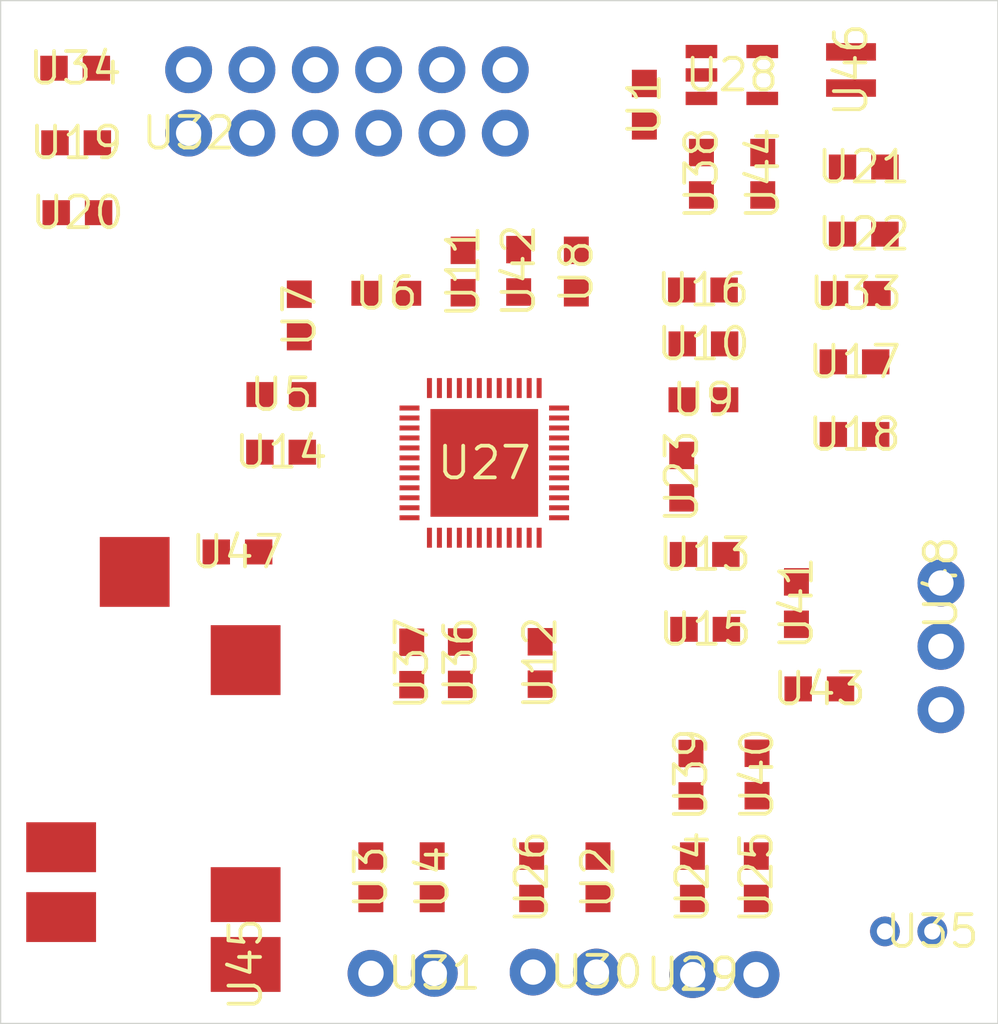
<source format=kicad_pcb>
(kicad_pcb (version 20171130) (host pcbnew "(5.1.4-0-10_14)")

  (general
    (thickness 1.6)
    (drawings 4)
    (tracks 0)
    (zones 0)
    (modules 48)
    (nets 55)
  )

  (page A4)
  (layers
    (0 Top signal)
    (31 Bottom signal)
    (32 B.Adhes user)
    (33 F.Adhes user)
    (34 B.Paste user)
    (35 F.Paste user)
    (36 B.SilkS user)
    (37 F.SilkS user)
    (38 B.Mask user)
    (39 F.Mask user)
    (40 Dwgs.User user)
    (41 Cmts.User user)
    (42 Eco1.User user)
    (43 Eco2.User user)
    (44 Edge.Cuts user)
    (45 Margin user)
    (46 B.CrtYd user)
    (47 F.CrtYd user)
    (48 B.Fab user)
    (49 F.Fab user)
  )

  (setup
    (last_trace_width 0.2)
    (trace_clearance 0.127)
    (zone_clearance 0.508)
    (zone_45_only no)
    (trace_min 0.2)
    (via_size 0.554)
    (via_drill 0.3)
    (via_min_size 0.4)
    (via_min_drill 0.3)
    (uvia_size 0.3)
    (uvia_drill 0.1)
    (uvias_allowed yes)
    (uvia_min_size 0.2)
    (uvia_min_drill 0.1)
    (edge_width 0.05)
    (segment_width 0.2)
    (pcb_text_width 0.3)
    (pcb_text_size 1.5 1.5)
    (mod_edge_width 0.12)
    (mod_text_size 1 1)
    (mod_text_width 0.15)
    (pad_size 1.524 1.524)
    (pad_drill 0.762)
    (pad_to_mask_clearance 0.051)
    (solder_mask_min_width 0.25)
    (aux_axis_origin 0 0)
    (visible_elements 7FFFFFFF)
    (pcbplotparams
      (layerselection 0x010fc_ffffffff)
      (usegerberextensions false)
      (usegerberattributes false)
      (usegerberadvancedattributes false)
      (creategerberjobfile false)
      (excludeedgelayer true)
      (linewidth 0.100000)
      (plotframeref false)
      (viasonmask false)
      (mode 1)
      (useauxorigin false)
      (hpglpennumber 1)
      (hpglpenspeed 20)
      (hpglpendiameter 15.000000)
      (psnegative false)
      (psa4output false)
      (plotreference true)
      (plotvalue true)
      (plotinvisibletext false)
      (padsonsilk false)
      (subtractmaskfromsilk false)
      (outputformat 1)
      (mirror false)
      (drillshape 1)
      (scaleselection 1)
      (outputdirectory ""))
  )

  (net 0 "")
  (net 1 GND)
  (net 2 3.3V)
  (net 3 5V)
  (net 4 /SPKVDD)
  (net 5 /SPOLN)
  (net 6 "Net-(C20-Pad2)")
  (net 7 /SPORP)
  (net 8 /SPORN)
  (net 9 "Net-(IC1-Pad42)")
  (net 10 /XAUDIO_IRQ)
  (net 11 /XAUDIO_SDA)
  (net 12 /XADUIO_SCL)
  (net 13 /XAUDIO_I2S0_MCLK)
  (net 14 /XADUIO_I2S0_BCLK)
  (net 15 /XADUIO_I2S0_LRCKL)
  (net 16 /XAUDIO_I2S0_DIN)
  (net 17 /XAUDIO_I2S0_DOUT)
  (net 18 "Net-(IC1-Pad33)")
  (net 19 "Net-(IC1-Pad32)")
  (net 20 "Net-(IC1-Pad31)")
  (net 21 "Net-(IC1-Pad30)")
  (net 22 /3.3VDD)
  (net 23 "Net-(C22-Pad2)")
  (net 24 "Net-(C14-Pad1)")
  (net 25 "Net-(C16-Pad2)")
  (net 26 "Net-(C16-Pad1)")
  (net 27 "Net-(C15-Pad1)")
  (net 28 "Net-(C15-Pad2)")
  (net 29 /1.8VDD)
  (net 30 "Net-(C2-Pad1)")
  (net 31 /HPOR)
  (net 32 /HPOL)
  (net 33 /CPVREF)
  (net 34 "Net-(C17-Pad2)")
  (net 35 /LOUTR)
  (net 36 /LOUTL)
  (net 37 "Net-(C24-Pad2)")
  (net 38 "Net-(C19-Pad2)")
  (net 39 "Net-(C18-Pad2)")
  (net 40 "Net-(C6-Pad2)")
  (net 41 /IN1P)
  (net 42 "Net-(C21-Pad2)")
  (net 43 /MICBIAS1)
  (net 44 /SPOLP)
  (net 45 /IN2P)
  (net 46 "Net-(U1-Pad6)")
  (net 47 "Net-(R10-Pad2)")
  (net 48 "Net-(C8-Pad2)")
  (net 49 "Net-(C7-Pad2)")
  (net 50 "Net-(J4-Pad9)")
  (net 51 "Net-(C7-Pad1)")
  (net 52 "Net-(C8-Pad1)")
  (net 53 "Net-(IC2-Pad5)")
  (net 54 "Net-(IC2-Pad3)")

  (net_class Default "This is the default net class."
    (clearance 0.127)
    (trace_width 0.2)
    (via_dia 0.554)
    (via_drill 0.3)
    (uvia_dia 0.3)
    (uvia_drill 0.1)
    (add_net /1.8VDD)
    (add_net /CPVREF)
    (add_net /HPOL)
    (add_net /HPOR)
    (add_net /IN1P)
    (add_net /IN2P)
    (add_net /LOUTL)
    (add_net /LOUTR)
    (add_net /MICBIAS1)
    (add_net /SPKVDD)
    (add_net /SPOLN)
    (add_net /SPOLP)
    (add_net /SPORN)
    (add_net /SPORP)
    (add_net /XADUIO_I2S0_BCLK)
    (add_net /XADUIO_I2S0_LRCKL)
    (add_net /XADUIO_SCL)
    (add_net /XAUDIO_I2S0_DIN)
    (add_net /XAUDIO_I2S0_DOUT)
    (add_net /XAUDIO_I2S0_MCLK)
    (add_net /XAUDIO_IRQ)
    (add_net /XAUDIO_SDA)
    (add_net GND)
    (add_net "Net-(C14-Pad1)")
    (add_net "Net-(C15-Pad1)")
    (add_net "Net-(C15-Pad2)")
    (add_net "Net-(C16-Pad1)")
    (add_net "Net-(C16-Pad2)")
    (add_net "Net-(C17-Pad2)")
    (add_net "Net-(C18-Pad2)")
    (add_net "Net-(C19-Pad2)")
    (add_net "Net-(C2-Pad1)")
    (add_net "Net-(C20-Pad2)")
    (add_net "Net-(C21-Pad2)")
    (add_net "Net-(C22-Pad2)")
    (add_net "Net-(C24-Pad2)")
    (add_net "Net-(C6-Pad2)")
    (add_net "Net-(C7-Pad1)")
    (add_net "Net-(C7-Pad2)")
    (add_net "Net-(C8-Pad1)")
    (add_net "Net-(C8-Pad2)")
    (add_net "Net-(IC1-Pad30)")
    (add_net "Net-(IC1-Pad31)")
    (add_net "Net-(IC1-Pad32)")
    (add_net "Net-(IC1-Pad33)")
    (add_net "Net-(IC1-Pad42)")
    (add_net "Net-(IC2-Pad3)")
    (add_net "Net-(IC2-Pad5)")
    (add_net "Net-(J4-Pad9)")
    (add_net "Net-(R10-Pad2)")
    (add_net "Net-(U1-Pad6)")
  )

  (net_class Power ""
    (clearance 0.127)
    (trace_width 0.4064)
    (via_dia 0.554)
    (via_drill 0.3)
    (uvia_dia 0.3)
    (uvia_drill 0.1)
    (add_net /3.3VDD)
    (add_net 3.3V)
    (add_net 5V)
  )

  (module audioCodec:1X03 locked (layer Top) (tedit 5DCE0BB7) (tstamp 5DC8CA2A)
    (at 166.2176 110.3884 270)
    (descr "<h3>Plated Through Hole - 3 Pin</h3>\n<p>Specifications:\n<ul><li>Pin count:3</li>\n<li>Pin pitch:0.1\"</li>\n</ul></p>\n<p>Example device(s):\n<ul><li>CONN_03</li>\n</ul></p>")
    (path /DE6A6B17)
    (fp_text reference U48 (at -2.54 0 270) (layer F.SilkS)
      (effects (font (size 1.27 1.27) (thickness 0.15)))
    )
    (fp_text value "" (at -2.54 0 270) (layer F.SilkS)
      (effects (font (size 1.27 1.27) (thickness 0.15)))
    )
    (fp_poly (pts (xy -3.94 -1.4) (xy 3.96 -1.4) (xy 3.96 1.4) (xy -3.94 1.4)) (layer F.CrtYd) (width 0.1))
    (fp_poly (pts (xy -3.94 -1.4) (xy 3.96 -1.4) (xy 3.96 1.4) (xy -3.94 1.4)) (layer B.CrtYd) (width 0.1))
    (pad 3 thru_hole circle (at 2.54 0) (size 1.8796 1.8796) (drill 1.016) (layers *.Cu *.Mask)
      (net 45 /IN2P) (solder_mask_margin 0.0635))
    (pad 2 thru_hole circle (at 0 0) (size 1.8796 1.8796) (drill 1.016) (layers *.Cu *.Mask)
      (net 1 GND) (solder_mask_margin 0.0635))
    (pad 1 thru_hole circle (at -2.54 0) (size 1.8796 1.8796) (drill 1.016) (layers *.Cu *.Mask)
      (net 22 /3.3VDD) (solder_mask_margin 0.0635))
  )

  (module audioCodec:SJ-43514-SMT-TR locked (layer Top) (tedit 5DCE1AC1) (tstamp 5DC8C9F1)
    (at 134.5184 115.5192 90)
    (descr "<b>SJ-43514-SMT-TR</b><br>\n")
    (path /94FABF20)
    (fp_text reference U45 (at -7.62 3.81 90) (layer F.SilkS)
      (effects (font (size 1.27 1.27) (thickness 0.15)))
    )
    (fp_text value "" (at -7.62 3.81 90) (layer F.SilkS)
      (effects (font (size 1.27 1.27) (thickness 0.15)))
    )
    (fp_poly (pts (xy -9.82 -4.19) (xy 7.38 -4.19) (xy 7.38 3.91) (xy -9.82 3.91)) (layer F.CrtYd) (width 0.1))
    (pad "" np_thru_hole circle (at -3.72 0.11 90) (size 1.7 1.7) (drill 1.7) (layers *.Cu *.Mask))
    (pad "" np_thru_hole circle (at 3.28 0.11 90) (size 1.7 1.7) (drill 1.7) (layers *.Cu *.Mask))
    (pad 6 smd rect (at -5.72 -3.59 180) (size 2.8 2) (layers Top F.Paste F.Mask)
      (net 46 "Net-(U1-Pad6)") (solder_mask_margin 0.0635))
    (pad 5 smd rect (at 8.115 -0.64 90) (size 2.8 2.8) (layers Top F.Paste F.Mask)
      (net 47 "Net-(R10-Pad2)") (solder_mask_margin 0.0635))
    (pad 4 smd rect (at -4.82 3.81 180) (size 2.8 2.2) (layers Top F.Paste F.Mask)
      (net 1 GND) (solder_mask_margin 0.0635))
    (pad 3 smd rect (at -2.92 -3.59 180) (size 2.8 2) (layers Top F.Paste F.Mask)
      (net 31 /HPOR) (solder_mask_margin 0.0635))
    (pad 2 smd rect (at 4.58 3.81 90) (size 2.8 2.8) (layers Top F.Paste F.Mask)
      (net 32 /HPOL) (solder_mask_margin 0.0635))
    (pad 1 smd rect (at -7.62 3.81 180) (size 2.8 2.2) (layers Top F.Paste F.Mask)
      (net 41 /IN1P) (solder_mask_margin 0.0635))
  )

  (module audioCodec:1X02 locked (layer Top) (tedit 5DCE1F6D) (tstamp 5DC8C8DF)
    (at 144.6276 123.4948 180)
    (descr "<h3>Plated Through Hole</h3>\n<p>Specifications:\n<ul><li>Pin count:2</li>\n<li>Pin pitch:0.1\"</li>\n</ul></p>\n<p>Example device(s):\n<ul><li>CONN_02</li>\n</ul></p>")
    (path /B665FDA9)
    (fp_text reference U31 (at -1.27 0 180) (layer F.SilkS)
      (effects (font (size 1.27 1.27) (thickness 0.15)))
    )
    (fp_text value "" (at -1.27 0 180) (layer F.SilkS)
      (effects (font (size 1.27 1.27) (thickness 0.15)))
    )
    (fp_poly (pts (xy -2.77 -1.2) (xy 2.63 -1.2) (xy 2.63 1.3) (xy -2.77 1.3)) (layer B.CrtYd) (width 0.1))
    (fp_poly (pts (xy -2.77 -1.2) (xy 2.63 -1.2) (xy 2.63 1.3) (xy -2.77 1.3)) (layer F.CrtYd) (width 0.1))
    (pad 2 thru_hole circle (at 1.27 0 270) (size 1.8796 1.8796) (drill 1.016) (layers *.Cu *.Mask)
      (net 8 /SPORN) (solder_mask_margin 0.0635))
    (pad 1 thru_hole circle (at -1.27 0 270) (size 1.8796 1.8796) (drill 1.016) (layers *.Cu *.Mask)
      (net 7 /SPORP) (solder_mask_margin 0.0635))
  )

  (module audioCodec:1X02 locked (layer Top) (tedit 5DCE1F6D) (tstamp 5DC8C8CA)
    (at 151.13 123.444 180)
    (descr "<h3>Plated Through Hole</h3>\n<p>Specifications:\n<ul><li>Pin count:2</li>\n<li>Pin pitch:0.1\"</li>\n</ul></p>\n<p>Example device(s):\n<ul><li>CONN_02</li>\n</ul></p>")
    (path /C3E76336)
    (fp_text reference U30 (at -1.27 0 180) (layer F.SilkS)
      (effects (font (size 1.27 1.27) (thickness 0.15)))
    )
    (fp_text value "" (at -1.27 0 180) (layer F.SilkS)
      (effects (font (size 1.27 1.27) (thickness 0.15)))
    )
    (fp_poly (pts (xy -2.77 -1.2) (xy 2.63 -1.2) (xy 2.63 1.3) (xy -2.77 1.3)) (layer B.CrtYd) (width 0.1))
    (fp_poly (pts (xy -2.77 -1.2) (xy 2.63 -1.2) (xy 2.63 1.3) (xy -2.77 1.3)) (layer F.CrtYd) (width 0.1))
    (pad 2 thru_hole circle (at 1.27 0 270) (size 1.8796 1.8796) (drill 1.016) (layers *.Cu *.Mask)
      (net 5 /SPOLN) (solder_mask_margin 0.0635))
    (pad 1 thru_hole circle (at -1.27 0 270) (size 1.8796 1.8796) (drill 1.016) (layers *.Cu *.Mask)
      (net 44 /SPOLP) (solder_mask_margin 0.0635))
  )

  (module audioCodec:1X02 locked (layer Top) (tedit 5DCE1F6D) (tstamp 5DC8C8B5)
    (at 157.5308 123.5456)
    (descr "<h3>Plated Through Hole</h3>\n<p>Specifications:\n<ul><li>Pin count:2</li>\n<li>Pin pitch:0.1\"</li>\n</ul></p>\n<p>Example device(s):\n<ul><li>CONN_02</li>\n</ul></p>")
    (path /449C7C68)
    (fp_text reference U29 (at -1.27 0) (layer F.SilkS)
      (effects (font (size 1.27 1.27) (thickness 0.15)))
    )
    (fp_text value "" (at -1.27 0) (layer F.SilkS)
      (effects (font (size 1.27 1.27) (thickness 0.15)))
    )
    (fp_poly (pts (xy -2.77 -1.2) (xy 2.63 -1.2) (xy 2.63 1.3) (xy -2.77 1.3)) (layer B.CrtYd) (width 0.1))
    (fp_poly (pts (xy -2.77 -1.2) (xy 2.63 -1.2) (xy 2.63 1.3) (xy -2.77 1.3)) (layer F.CrtYd) (width 0.1))
    (pad 2 thru_hole circle (at 1.27 0 90) (size 1.8796 1.8796) (drill 1.016) (layers *.Cu *.Mask)
      (net 48 "Net-(C8-Pad2)") (solder_mask_margin 0.0635))
    (pad 1 thru_hole circle (at -1.27 0 90) (size 1.8796 1.8796) (drill 1.016) (layers *.Cu *.Mask)
      (net 49 "Net-(C7-Pad2)") (solder_mask_margin 0.0635))
  )

  (module audioCodec:2X6 locked (layer Top) (tedit 5DCE0C42) (tstamp 5DC8C8F4)
    (at 142.3924 88.5444)
    (descr "<h3>Plated Through Hole - 2x6</h3>\n<p>Specifications:\n<ul><li>Pin count:12</li>\n<li>Pin pitch:0.1\"</li>\n</ul></p>\n<p>Example device(s):\n<ul><li>CONN_06x2</li>\n</ul></p>")
    (path /CFA44F03)
    (fp_text reference U32 (at -6.35 1.27) (layer F.SilkS)
      (effects (font (size 1.27 1.27) (thickness 0.15)))
    )
    (fp_text value "" (at -6.35 1.27) (layer F.SilkS)
      (effects (font (size 1.27 1.27) (thickness 0.15)))
    )
    (fp_poly (pts (xy -7.85 -2.73) (xy 7.75 -2.73) (xy 7.75 2.67) (xy -7.85 2.67)) (layer B.CrtYd) (width 0.1))
    (fp_poly (pts (xy -7.85 -2.73) (xy 7.75 -2.73) (xy 7.75 2.67) (xy -7.85 2.67)) (layer F.CrtYd) (width 0.1))
    (pad 12 thru_hole circle (at 6.35 -1.27) (size 1.8796 1.8796) (drill 1.016) (layers *.Cu *.Mask)
      (net 3 5V) (solder_mask_margin 0.0635))
    (pad 11 thru_hole circle (at 6.35 1.27) (size 1.8796 1.8796) (drill 1.016) (layers *.Cu *.Mask)
      (net 1 GND) (solder_mask_margin 0.0635))
    (pad 10 thru_hole circle (at 3.81 -1.27) (size 1.8796 1.8796) (drill 1.016) (layers *.Cu *.Mask)
      (net 10 /XAUDIO_IRQ) (solder_mask_margin 0.0635))
    (pad 9 thru_hole circle (at 3.81 1.27) (size 1.8796 1.8796) (drill 1.016) (layers *.Cu *.Mask)
      (net 50 "Net-(J4-Pad9)") (solder_mask_margin 0.0635))
    (pad 8 thru_hole circle (at 1.27 -1.27) (size 1.8796 1.8796) (drill 1.016) (layers *.Cu *.Mask)
      (net 11 /XAUDIO_SDA) (solder_mask_margin 0.0635))
    (pad 7 thru_hole circle (at 1.27 1.27) (size 1.8796 1.8796) (drill 1.016) (layers *.Cu *.Mask)
      (net 12 /XADUIO_SCL) (solder_mask_margin 0.0635))
    (pad 6 thru_hole circle (at -1.27 -1.27) (size 1.8796 1.8796) (drill 1.016) (layers *.Cu *.Mask)
      (net 13 /XAUDIO_I2S0_MCLK) (solder_mask_margin 0.0635))
    (pad 5 thru_hole circle (at -1.27 1.27) (size 1.8796 1.8796) (drill 1.016) (layers *.Cu *.Mask)
      (net 14 /XADUIO_I2S0_BCLK) (solder_mask_margin 0.0635))
    (pad 4 thru_hole circle (at -3.81 -1.27) (size 1.8796 1.8796) (drill 1.016) (layers *.Cu *.Mask)
      (net 16 /XAUDIO_I2S0_DIN) (solder_mask_margin 0.0635))
    (pad 3 thru_hole circle (at -3.81 1.27) (size 1.8796 1.8796) (drill 1.016) (layers *.Cu *.Mask)
      (net 17 /XAUDIO_I2S0_DOUT) (solder_mask_margin 0.0635))
    (pad 2 thru_hole circle (at -6.35 -1.27) (size 1.8796 1.8796) (drill 1.016) (layers *.Cu *.Mask)
      (net 2 3.3V) (solder_mask_margin 0.0635))
    (pad 1 thru_hole circle (at -6.35 1.27) (size 1.8796 1.8796) (drill 1.016) (layers *.Cu *.Mask)
      (net 15 /XADUIO_I2S0_LRCKL) (solder_mask_margin 0.0635))
  )

  (module audioCodec:0603 (layer Top) (tedit 5DCE0E90) (tstamp 5DC8C6E8)
    (at 154.3211 88.6736 270)
    (descr "<p><b>Generic 1608 (0603) package</b></p>\n<p>0.2mm courtyard excess rounded to nearest 0.05mm.</p>")
    (path /5D5D4D2F)
    (fp_text reference U1 (at 0 0 270) (layer F.SilkS)
      (effects (font (size 1.27 1.27) (thickness 0.15)))
    )
    (fp_text value "" (at 0 0 270) (layer F.SilkS)
      (effects (font (size 1.27 1.27) (thickness 0.15)))
    )
    (fp_poly (pts (xy -1.6 -0.7) (xy 1.6 -0.7) (xy 1.6 0.7) (xy -1.6 0.7)) (layer F.CrtYd) (width 0.1))
    (pad 2 smd rect (at 0.85 0 270) (size 1.1 1) (layers Top F.Paste F.Mask)
      (net 3 5V) (solder_mask_margin 0.0635))
    (pad 1 smd rect (at -0.85 0 270) (size 1.1 1) (layers Top F.Paste F.Mask)
      (net 1 GND) (solder_mask_margin 0.0635))
  )

  (module audioCodec:0603 (layer Top) (tedit 5DCE0E90) (tstamp 5DC8C6F6)
    (at 152.4611 119.6436 90)
    (descr "<p><b>Generic 1608 (0603) package</b></p>\n<p>0.2mm courtyard excess rounded to nearest 0.05mm.</p>")
    (path /D15AE8CB)
    (fp_text reference U2 (at 0 0 90) (layer F.SilkS)
      (effects (font (size 1.27 1.27) (thickness 0.15)))
    )
    (fp_text value "" (at 0 0 90) (layer F.SilkS)
      (effects (font (size 1.27 1.27) (thickness 0.15)))
    )
    (fp_poly (pts (xy -1.6 -0.7) (xy 1.6 -0.7) (xy 1.6 0.7) (xy -1.6 0.7)) (layer F.CrtYd) (width 0.1))
    (pad 2 smd rect (at 0.85 0 90) (size 1.1 1) (layers Top F.Paste F.Mask)
      (net 1 GND) (solder_mask_margin 0.0635))
    (pad 1 smd rect (at -0.85 0 90) (size 1.1 1) (layers Top F.Paste F.Mask)
      (net 44 /SPOLP) (solder_mask_margin 0.0635))
  )

  (module audioCodec:0603 (layer Top) (tedit 5DCE0E90) (tstamp 5DC8C704)
    (at 143.3511 119.6436 90)
    (descr "<p><b>Generic 1608 (0603) package</b></p>\n<p>0.2mm courtyard excess rounded to nearest 0.05mm.</p>")
    (path /EB363DE9)
    (fp_text reference U3 (at 0 0 90) (layer F.SilkS)
      (effects (font (size 1.27 1.27) (thickness 0.15)))
    )
    (fp_text value "" (at 0 0 90) (layer F.SilkS)
      (effects (font (size 1.27 1.27) (thickness 0.15)))
    )
    (fp_poly (pts (xy -1.6 -0.7) (xy 1.6 -0.7) (xy 1.6 0.7) (xy -1.6 0.7)) (layer F.CrtYd) (width 0.1))
    (pad 2 smd rect (at 0.85 0 90) (size 1.1 1) (layers Top F.Paste F.Mask)
      (net 1 GND) (solder_mask_margin 0.0635))
    (pad 1 smd rect (at -0.85 0 90) (size 1.1 1) (layers Top F.Paste F.Mask)
      (net 8 /SPORN) (solder_mask_margin 0.0635))
  )

  (module audioCodec:0603 (layer Top) (tedit 5DCE0E90) (tstamp 5DC8C712)
    (at 145.8111 119.6436 90)
    (descr "<p><b>Generic 1608 (0603) package</b></p>\n<p>0.2mm courtyard excess rounded to nearest 0.05mm.</p>")
    (path /FEEF966F)
    (fp_text reference U4 (at 0 0 90) (layer F.SilkS)
      (effects (font (size 1.27 1.27) (thickness 0.15)))
    )
    (fp_text value "" (at 0 0 90) (layer F.SilkS)
      (effects (font (size 1.27 1.27) (thickness 0.15)))
    )
    (fp_poly (pts (xy -1.6 -0.7) (xy 1.6 -0.7) (xy 1.6 0.7) (xy -1.6 0.7)) (layer F.CrtYd) (width 0.1))
    (pad 2 smd rect (at 0.85 0 90) (size 1.1 1) (layers Top F.Paste F.Mask)
      (net 1 GND) (solder_mask_margin 0.0635))
    (pad 1 smd rect (at -0.85 0 90) (size 1.1 1) (layers Top F.Paste F.Mask)
      (net 7 /SPORP) (solder_mask_margin 0.0635))
  )

  (module audioCodec:0603 (layer Top) (tedit 5DCE0E90) (tstamp 5DC8C720)
    (at 139.7611 100.2936 180)
    (descr "<p><b>Generic 1608 (0603) package</b></p>\n<p>0.2mm courtyard excess rounded to nearest 0.05mm.</p>")
    (path /DDD5A22D)
    (fp_text reference U5 (at 0 0 180) (layer F.SilkS)
      (effects (font (size 1.27 1.27) (thickness 0.15)))
    )
    (fp_text value "" (at 0 0 180) (layer F.SilkS)
      (effects (font (size 1.27 1.27) (thickness 0.15)))
    )
    (fp_poly (pts (xy -1.6 -0.7) (xy 1.6 -0.7) (xy 1.6 0.7) (xy -1.6 0.7)) (layer F.CrtYd) (width 0.1))
    (pad 2 smd rect (at 0.85 0 180) (size 1.1 1) (layers Top F.Paste F.Mask)
      (net 1 GND) (solder_mask_margin 0.0635))
    (pad 1 smd rect (at -0.85 0 180) (size 1.1 1) (layers Top F.Paste F.Mask)
      (net 24 "Net-(C14-Pad1)") (solder_mask_margin 0.0635))
  )

  (module audioCodec:0603 (layer Top) (tedit 5DCE0E90) (tstamp 5DC8C72E)
    (at 143.9711 96.2336)
    (descr "<p><b>Generic 1608 (0603) package</b></p>\n<p>0.2mm courtyard excess rounded to nearest 0.05mm.</p>")
    (path /0E2BA473)
    (fp_text reference U6 (at 0 0) (layer F.SilkS)
      (effects (font (size 1.27 1.27) (thickness 0.15)))
    )
    (fp_text value "" (at 0 0) (layer F.SilkS)
      (effects (font (size 1.27 1.27) (thickness 0.15)))
    )
    (fp_poly (pts (xy -1.6 -0.7) (xy 1.6 -0.7) (xy 1.6 0.7) (xy -1.6 0.7)) (layer F.CrtYd) (width 0.1))
    (pad 2 smd rect (at 0.85 0) (size 1.1 1) (layers Top F.Paste F.Mask)
      (net 28 "Net-(C15-Pad2)") (solder_mask_margin 0.0635))
    (pad 1 smd rect (at -0.85 0) (size 1.1 1) (layers Top F.Paste F.Mask)
      (net 27 "Net-(C15-Pad1)") (solder_mask_margin 0.0635))
  )

  (module audioCodec:0603 (layer Top) (tedit 5DCE0E90) (tstamp 5DC8C73C)
    (at 140.4811 97.1236 270)
    (descr "<p><b>Generic 1608 (0603) package</b></p>\n<p>0.2mm courtyard excess rounded to nearest 0.05mm.</p>")
    (path /95990F93)
    (fp_text reference U7 (at 0 0 270) (layer F.SilkS)
      (effects (font (size 1.27 1.27) (thickness 0.15)))
    )
    (fp_text value "" (at 0 0 270) (layer F.SilkS)
      (effects (font (size 1.27 1.27) (thickness 0.15)))
    )
    (fp_poly (pts (xy -1.6 -0.7) (xy 1.6 -0.7) (xy 1.6 0.7) (xy -1.6 0.7)) (layer F.CrtYd) (width 0.1))
    (pad 2 smd rect (at 0.85 0 270) (size 1.1 1) (layers Top F.Paste F.Mask)
      (net 25 "Net-(C16-Pad2)") (solder_mask_margin 0.0635))
    (pad 1 smd rect (at -0.85 0 270) (size 1.1 1) (layers Top F.Paste F.Mask)
      (net 26 "Net-(C16-Pad1)") (solder_mask_margin 0.0635))
  )

  (module audioCodec:0603 (layer Top) (tedit 5DCE0E90) (tstamp 5DC8C74A)
    (at 151.5911 95.3636 270)
    (descr "<p><b>Generic 1608 (0603) package</b></p>\n<p>0.2mm courtyard excess rounded to nearest 0.05mm.</p>")
    (path /B7EEE3FC)
    (fp_text reference U8 (at 0 0 270) (layer F.SilkS)
      (effects (font (size 1.27 1.27) (thickness 0.15)))
    )
    (fp_text value "" (at 0 0 270) (layer F.SilkS)
      (effects (font (size 1.27 1.27) (thickness 0.15)))
    )
    (fp_poly (pts (xy -1.6 -0.7) (xy 1.6 -0.7) (xy 1.6 0.7) (xy -1.6 0.7)) (layer F.CrtYd) (width 0.1))
    (pad 2 smd rect (at 0.85 0 270) (size 1.1 1) (layers Top F.Paste F.Mask)
      (net 34 "Net-(C17-Pad2)") (solder_mask_margin 0.0635))
    (pad 1 smd rect (at -0.85 0 270) (size 1.1 1) (layers Top F.Paste F.Mask)
      (net 1 GND) (solder_mask_margin 0.0635))
  )

  (module audioCodec:0603 (layer Top) (tedit 5DCE0E90) (tstamp 5DC8C758)
    (at 156.6911 100.5036 180)
    (descr "<p><b>Generic 1608 (0603) package</b></p>\n<p>0.2mm courtyard excess rounded to nearest 0.05mm.</p>")
    (path /6C5089DC)
    (fp_text reference U9 (at 0 0 180) (layer F.SilkS)
      (effects (font (size 1.27 1.27) (thickness 0.15)))
    )
    (fp_text value "" (at 0 0 180) (layer F.SilkS)
      (effects (font (size 1.27 1.27) (thickness 0.15)))
    )
    (fp_poly (pts (xy -1.6 -0.7) (xy 1.6 -0.7) (xy 1.6 0.7) (xy -1.6 0.7)) (layer F.CrtYd) (width 0.1))
    (pad 2 smd rect (at 0.85 0 180) (size 1.1 1) (layers Top F.Paste F.Mask)
      (net 39 "Net-(C18-Pad2)") (solder_mask_margin 0.0635))
    (pad 1 smd rect (at -0.85 0 180) (size 1.1 1) (layers Top F.Paste F.Mask)
      (net 1 GND) (solder_mask_margin 0.0635))
  )

  (module audioCodec:0603 (layer Top) (tedit 5DCE0E90) (tstamp 5DC8C766)
    (at 156.6911 98.2636 180)
    (descr "<p><b>Generic 1608 (0603) package</b></p>\n<p>0.2mm courtyard excess rounded to nearest 0.05mm.</p>")
    (path /C70CFC49)
    (fp_text reference U10 (at 0 0 180) (layer F.SilkS)
      (effects (font (size 1.27 1.27) (thickness 0.15)))
    )
    (fp_text value "" (at 0 0 180) (layer F.SilkS)
      (effects (font (size 1.27 1.27) (thickness 0.15)))
    )
    (fp_poly (pts (xy -1.6 -0.7) (xy 1.6 -0.7) (xy 1.6 0.7) (xy -1.6 0.7)) (layer F.CrtYd) (width 0.1))
    (pad 2 smd rect (at 0.85 0 180) (size 1.1 1) (layers Top F.Paste F.Mask)
      (net 38 "Net-(C19-Pad2)") (solder_mask_margin 0.0635))
    (pad 1 smd rect (at -0.85 0 180) (size 1.1 1) (layers Top F.Paste F.Mask)
      (net 1 GND) (solder_mask_margin 0.0635))
  )

  (module audioCodec:0603 (layer Top) (tedit 5DCE0E90) (tstamp 5DC8C774)
    (at 147.0511 95.3636 90)
    (descr "<p><b>Generic 1608 (0603) package</b></p>\n<p>0.2mm courtyard excess rounded to nearest 0.05mm.</p>")
    (path /00AD4B43)
    (fp_text reference U11 (at 0 0 90) (layer F.SilkS)
      (effects (font (size 1.27 1.27) (thickness 0.15)))
    )
    (fp_text value "" (at 0 0 90) (layer F.SilkS)
      (effects (font (size 1.27 1.27) (thickness 0.15)))
    )
    (fp_poly (pts (xy -1.6 -0.7) (xy 1.6 -0.7) (xy 1.6 0.7) (xy -1.6 0.7)) (layer F.CrtYd) (width 0.1))
    (pad 2 smd rect (at 0.85 0 90) (size 1.1 1) (layers Top F.Paste F.Mask)
      (net 1 GND) (solder_mask_margin 0.0635))
    (pad 1 smd rect (at -0.85 0 90) (size 1.1 1) (layers Top F.Paste F.Mask)
      (net 30 "Net-(C2-Pad1)") (solder_mask_margin 0.0635))
  )

  (module audioCodec:0603 (layer Top) (tedit 5DCE0E90) (tstamp 5DC8C782)
    (at 150.1411 111.0536 90)
    (descr "<p><b>Generic 1608 (0603) package</b></p>\n<p>0.2mm courtyard excess rounded to nearest 0.05mm.</p>")
    (path /101F579F)
    (fp_text reference U12 (at 0 0 90) (layer F.SilkS)
      (effects (font (size 1.27 1.27) (thickness 0.15)))
    )
    (fp_text value "" (at 0 0 90) (layer F.SilkS)
      (effects (font (size 1.27 1.27) (thickness 0.15)))
    )
    (fp_poly (pts (xy -1.6 -0.7) (xy 1.6 -0.7) (xy 1.6 0.7) (xy -1.6 0.7)) (layer F.CrtYd) (width 0.1))
    (pad 2 smd rect (at 0.85 0 90) (size 1.1 1) (layers Top F.Paste F.Mask)
      (net 6 "Net-(C20-Pad2)") (solder_mask_margin 0.0635))
    (pad 1 smd rect (at -0.85 0 90) (size 1.1 1) (layers Top F.Paste F.Mask)
      (net 1 GND) (solder_mask_margin 0.0635))
  )

  (module audioCodec:0603 (layer Top) (tedit 5DCE0E90) (tstamp 5DC8C790)
    (at 156.7411 106.7036 180)
    (descr "<p><b>Generic 1608 (0603) package</b></p>\n<p>0.2mm courtyard excess rounded to nearest 0.05mm.</p>")
    (path /E0E06E0F)
    (fp_text reference U13 (at 0 0 180) (layer F.SilkS)
      (effects (font (size 1.27 1.27) (thickness 0.15)))
    )
    (fp_text value "" (at 0 0 180) (layer F.SilkS)
      (effects (font (size 1.27 1.27) (thickness 0.15)))
    )
    (fp_poly (pts (xy -1.6 -0.7) (xy 1.6 -0.7) (xy 1.6 0.7) (xy -1.6 0.7)) (layer F.CrtYd) (width 0.1))
    (pad 2 smd rect (at 0.85 0 180) (size 1.1 1) (layers Top F.Paste F.Mask)
      (net 42 "Net-(C21-Pad2)") (solder_mask_margin 0.0635))
    (pad 1 smd rect (at -0.85 0 180) (size 1.1 1) (layers Top F.Paste F.Mask)
      (net 1 GND) (solder_mask_margin 0.0635))
  )

  (module audioCodec:0603 (layer Top) (tedit 5DCE0E90) (tstamp 5DC8C79E)
    (at 139.7511 102.6036)
    (descr "<p><b>Generic 1608 (0603) package</b></p>\n<p>0.2mm courtyard excess rounded to nearest 0.05mm.</p>")
    (path /CDD814CC)
    (fp_text reference U14 (at 0 0) (layer F.SilkS)
      (effects (font (size 1.27 1.27) (thickness 0.15)))
    )
    (fp_text value "" (at 0 0) (layer F.SilkS)
      (effects (font (size 1.27 1.27) (thickness 0.15)))
    )
    (fp_poly (pts (xy -1.6 -0.7) (xy 1.6 -0.7) (xy 1.6 0.7) (xy -1.6 0.7)) (layer F.CrtYd) (width 0.1))
    (pad 2 smd rect (at 0.85 0) (size 1.1 1) (layers Top F.Paste F.Mask)
      (net 23 "Net-(C22-Pad2)") (solder_mask_margin 0.0635))
    (pad 1 smd rect (at -0.85 0) (size 1.1 1) (layers Top F.Paste F.Mask)
      (net 1 GND) (solder_mask_margin 0.0635))
  )

  (module audioCodec:0603 (layer Top) (tedit 5DCE0E90) (tstamp 5DC8C7AC)
    (at 156.7611 109.7036 180)
    (descr "<p><b>Generic 1608 (0603) package</b></p>\n<p>0.2mm courtyard excess rounded to nearest 0.05mm.</p>")
    (path /FE2E0BD7)
    (fp_text reference U15 (at 0 0 180) (layer F.SilkS)
      (effects (font (size 1.27 1.27) (thickness 0.15)))
    )
    (fp_text value "" (at 0 0 180) (layer F.SilkS)
      (effects (font (size 1.27 1.27) (thickness 0.15)))
    )
    (fp_poly (pts (xy -1.6 -0.7) (xy 1.6 -0.7) (xy 1.6 0.7) (xy -1.6 0.7)) (layer F.CrtYd) (width 0.1))
    (pad 2 smd rect (at 0.85 0 180) (size 1.1 1) (layers Top F.Paste F.Mask)
      (net 43 /MICBIAS1) (solder_mask_margin 0.0635))
    (pad 1 smd rect (at -0.85 0 180) (size 1.1 1) (layers Top F.Paste F.Mask)
      (net 1 GND) (solder_mask_margin 0.0635))
  )

  (module audioCodec:0603 (layer Top) (tedit 5DCE0E90) (tstamp 5DC8C7BA)
    (at 156.6711 96.1036 180)
    (descr "<p><b>Generic 1608 (0603) package</b></p>\n<p>0.2mm courtyard excess rounded to nearest 0.05mm.</p>")
    (path /B61CC9C1)
    (fp_text reference U16 (at 0 0 180) (layer F.SilkS)
      (effects (font (size 1.27 1.27) (thickness 0.15)))
    )
    (fp_text value "" (at 0 0 180) (layer F.SilkS)
      (effects (font (size 1.27 1.27) (thickness 0.15)))
    )
    (fp_poly (pts (xy -1.6 -0.7) (xy 1.6 -0.7) (xy 1.6 0.7) (xy -1.6 0.7)) (layer F.CrtYd) (width 0.1))
    (pad 2 smd rect (at 0.85 0 180) (size 1.1 1) (layers Top F.Paste F.Mask)
      (net 37 "Net-(C24-Pad2)") (solder_mask_margin 0.0635))
    (pad 1 smd rect (at -0.85 0 180) (size 1.1 1) (layers Top F.Paste F.Mask)
      (net 45 /IN2P) (solder_mask_margin 0.0635))
  )

  (module audioCodec:0603 (layer Top) (tedit 5DCE0E90) (tstamp 5DC8C7C8)
    (at 162.7511 98.9836 180)
    (descr "<p><b>Generic 1608 (0603) package</b></p>\n<p>0.2mm courtyard excess rounded to nearest 0.05mm.</p>")
    (path /B124C205)
    (fp_text reference U17 (at 0 0 180) (layer F.SilkS)
      (effects (font (size 1.27 1.27) (thickness 0.15)))
    )
    (fp_text value "" (at 0 0 180) (layer F.SilkS)
      (effects (font (size 1.27 1.27) (thickness 0.15)))
    )
    (fp_poly (pts (xy -1.6 -0.7) (xy 1.6 -0.7) (xy 1.6 0.7) (xy -1.6 0.7)) (layer F.CrtYd) (width 0.1))
    (pad 2 smd rect (at 0.85 0 180) (size 1.1 1) (layers Top F.Paste F.Mask)
      (net 1 GND) (solder_mask_margin 0.0635))
    (pad 1 smd rect (at -0.85 0 180) (size 1.1 1) (layers Top F.Paste F.Mask)
      (net 4 /SPKVDD) (solder_mask_margin 0.0635))
  )

  (module audioCodec:0603 (layer Top) (tedit 5DCE0E90) (tstamp 5DC8C7D6)
    (at 162.7511 101.8936 180)
    (descr "<p><b>Generic 1608 (0603) package</b></p>\n<p>0.2mm courtyard excess rounded to nearest 0.05mm.</p>")
    (path /AB5F11BD)
    (fp_text reference U18 (at 0 0 180) (layer F.SilkS)
      (effects (font (size 1.27 1.27) (thickness 0.15)))
    )
    (fp_text value "" (at 0 0 180) (layer F.SilkS)
      (effects (font (size 1.27 1.27) (thickness 0.15)))
    )
    (fp_poly (pts (xy -1.6 -0.7) (xy 1.6 -0.7) (xy 1.6 0.7) (xy -1.6 0.7)) (layer F.CrtYd) (width 0.1))
    (pad 2 smd rect (at 0.85 0 180) (size 1.1 1) (layers Top F.Paste F.Mask)
      (net 1 GND) (solder_mask_margin 0.0635))
    (pad 1 smd rect (at -0.85 0 180) (size 1.1 1) (layers Top F.Paste F.Mask)
      (net 4 /SPKVDD) (solder_mask_margin 0.0635))
  )

  (module audioCodec:0603 (layer Top) (tedit 5DCE0E90) (tstamp 5DC8C7E4)
    (at 131.5311 90.2036)
    (descr "<p><b>Generic 1608 (0603) package</b></p>\n<p>0.2mm courtyard excess rounded to nearest 0.05mm.</p>")
    (path /2729CC2A)
    (fp_text reference U19 (at 0 0) (layer F.SilkS)
      (effects (font (size 1.27 1.27) (thickness 0.15)))
    )
    (fp_text value "" (at 0 0) (layer F.SilkS)
      (effects (font (size 1.27 1.27) (thickness 0.15)))
    )
    (fp_poly (pts (xy -1.6 -0.7) (xy 1.6 -0.7) (xy 1.6 0.7) (xy -1.6 0.7)) (layer F.CrtYd) (width 0.1))
    (pad 2 smd rect (at 0.85 0) (size 1.1 1) (layers Top F.Paste F.Mask)
      (net 1 GND) (solder_mask_margin 0.0635))
    (pad 1 smd rect (at -0.85 0) (size 1.1 1) (layers Top F.Paste F.Mask)
      (net 22 /3.3VDD) (solder_mask_margin 0.0635))
  )

  (module audioCodec:0603 (layer Top) (tedit 5DCE0E90) (tstamp 5DC8C7F2)
    (at 131.5811 93.0036)
    (descr "<p><b>Generic 1608 (0603) package</b></p>\n<p>0.2mm courtyard excess rounded to nearest 0.05mm.</p>")
    (path /0E636C87)
    (fp_text reference U20 (at 0 0) (layer F.SilkS)
      (effects (font (size 1.27 1.27) (thickness 0.15)))
    )
    (fp_text value "" (at 0 0) (layer F.SilkS)
      (effects (font (size 1.27 1.27) (thickness 0.15)))
    )
    (fp_poly (pts (xy -1.6 -0.7) (xy 1.6 -0.7) (xy 1.6 0.7) (xy -1.6 0.7)) (layer F.CrtYd) (width 0.1))
    (pad 2 smd rect (at 0.85 0) (size 1.1 1) (layers Top F.Paste F.Mask)
      (net 1 GND) (solder_mask_margin 0.0635))
    (pad 1 smd rect (at -0.85 0) (size 1.1 1) (layers Top F.Paste F.Mask)
      (net 22 /3.3VDD) (solder_mask_margin 0.0635))
  )

  (module audioCodec:0603 (layer Top) (tedit 5DCE0E90) (tstamp 5DC8C800)
    (at 163.1211 91.1736)
    (descr "<p><b>Generic 1608 (0603) package</b></p>\n<p>0.2mm courtyard excess rounded to nearest 0.05mm.</p>")
    (path /C3EA450F)
    (fp_text reference U21 (at 0 0) (layer F.SilkS)
      (effects (font (size 1.27 1.27) (thickness 0.15)))
    )
    (fp_text value "" (at 0 0) (layer F.SilkS)
      (effects (font (size 1.27 1.27) (thickness 0.15)))
    )
    (fp_poly (pts (xy -1.6 -0.7) (xy 1.6 -0.7) (xy 1.6 0.7) (xy -1.6 0.7)) (layer F.CrtYd) (width 0.1))
    (pad 2 smd rect (at 0.85 0) (size 1.1 1) (layers Top F.Paste F.Mask)
      (net 1 GND) (solder_mask_margin 0.0635))
    (pad 1 smd rect (at -0.85 0) (size 1.1 1) (layers Top F.Paste F.Mask)
      (net 29 /1.8VDD) (solder_mask_margin 0.0635))
  )

  (module audioCodec:0603 (layer Top) (tedit 5DCE0E90) (tstamp 5DC8C80E)
    (at 163.1211 93.8636)
    (descr "<p><b>Generic 1608 (0603) package</b></p>\n<p>0.2mm courtyard excess rounded to nearest 0.05mm.</p>")
    (path /03F6E73E)
    (fp_text reference U22 (at 0 0) (layer F.SilkS)
      (effects (font (size 1.27 1.27) (thickness 0.15)))
    )
    (fp_text value "" (at 0 0) (layer F.SilkS)
      (effects (font (size 1.27 1.27) (thickness 0.15)))
    )
    (fp_poly (pts (xy -1.6 -0.7) (xy 1.6 -0.7) (xy 1.6 0.7) (xy -1.6 0.7)) (layer F.CrtYd) (width 0.1))
    (pad 2 smd rect (at 0.85 0) (size 1.1 1) (layers Top F.Paste F.Mask)
      (net 1 GND) (solder_mask_margin 0.0635))
    (pad 1 smd rect (at -0.85 0) (size 1.1 1) (layers Top F.Paste F.Mask)
      (net 29 /1.8VDD) (solder_mask_margin 0.0635))
  )

  (module audioCodec:0603 (layer Top) (tedit 5DCE0E90) (tstamp 5DC8C81C)
    (at 155.8211 103.5836 90)
    (descr "<p><b>Generic 1608 (0603) package</b></p>\n<p>0.2mm courtyard excess rounded to nearest 0.05mm.</p>")
    (path /E0EBCD02)
    (fp_text reference U23 (at 0 0 90) (layer F.SilkS)
      (effects (font (size 1.27 1.27) (thickness 0.15)))
    )
    (fp_text value "" (at 0 0 90) (layer F.SilkS)
      (effects (font (size 1.27 1.27) (thickness 0.15)))
    )
    (fp_poly (pts (xy -1.6 -0.7) (xy 1.6 -0.7) (xy 1.6 0.7) (xy -1.6 0.7)) (layer F.CrtYd) (width 0.1))
    (pad 2 smd rect (at 0.85 0 90) (size 1.1 1) (layers Top F.Paste F.Mask)
      (net 40 "Net-(C6-Pad2)") (solder_mask_margin 0.0635))
    (pad 1 smd rect (at -0.85 0 90) (size 1.1 1) (layers Top F.Paste F.Mask)
      (net 41 /IN1P) (solder_mask_margin 0.0635))
  )

  (module audioCodec:0603 (layer Top) (tedit 5DCE0E90) (tstamp 5DC8C82A)
    (at 156.2511 119.6436 270)
    (descr "<p><b>Generic 1608 (0603) package</b></p>\n<p>0.2mm courtyard excess rounded to nearest 0.05mm.</p>")
    (path /092D9240)
    (fp_text reference U24 (at 0 0 270) (layer F.SilkS)
      (effects (font (size 1.27 1.27) (thickness 0.15)))
    )
    (fp_text value "" (at 0 0 270) (layer F.SilkS)
      (effects (font (size 1.27 1.27) (thickness 0.15)))
    )
    (fp_poly (pts (xy -1.6 -0.7) (xy 1.6 -0.7) (xy 1.6 0.7) (xy -1.6 0.7)) (layer F.CrtYd) (width 0.1))
    (pad 2 smd rect (at 0.85 0 270) (size 1.1 1) (layers Top F.Paste F.Mask)
      (net 49 "Net-(C7-Pad2)") (solder_mask_margin 0.0635))
    (pad 1 smd rect (at -0.85 0 270) (size 1.1 1) (layers Top F.Paste F.Mask)
      (net 51 "Net-(C7-Pad1)") (solder_mask_margin 0.0635))
  )

  (module audioCodec:0603 (layer Top) (tedit 5DCE0E90) (tstamp 5DC8C838)
    (at 158.8111 119.6436 270)
    (descr "<p><b>Generic 1608 (0603) package</b></p>\n<p>0.2mm courtyard excess rounded to nearest 0.05mm.</p>")
    (path /6F97CAD7)
    (fp_text reference U25 (at 0 0 270) (layer F.SilkS)
      (effects (font (size 1.27 1.27) (thickness 0.15)))
    )
    (fp_text value "" (at 0 0 270) (layer F.SilkS)
      (effects (font (size 1.27 1.27) (thickness 0.15)))
    )
    (fp_poly (pts (xy -1.6 -0.7) (xy 1.6 -0.7) (xy 1.6 0.7) (xy -1.6 0.7)) (layer F.CrtYd) (width 0.1))
    (pad 2 smd rect (at 0.85 0 270) (size 1.1 1) (layers Top F.Paste F.Mask)
      (net 48 "Net-(C8-Pad2)") (solder_mask_margin 0.0635))
    (pad 1 smd rect (at -0.85 0 270) (size 1.1 1) (layers Top F.Paste F.Mask)
      (net 52 "Net-(C8-Pad1)") (solder_mask_margin 0.0635))
  )

  (module audioCodec:0603 (layer Top) (tedit 5DCE0E90) (tstamp 5DC8C846)
    (at 149.8011 119.6436 90)
    (descr "<p><b>Generic 1608 (0603) package</b></p>\n<p>0.2mm courtyard excess rounded to nearest 0.05mm.</p>")
    (path /4A58C60C)
    (fp_text reference U26 (at 0 0 90) (layer F.SilkS)
      (effects (font (size 1.27 1.27) (thickness 0.15)))
    )
    (fp_text value "" (at 0 0 90) (layer F.SilkS)
      (effects (font (size 1.27 1.27) (thickness 0.15)))
    )
    (fp_poly (pts (xy -1.6 -0.7) (xy 1.6 -0.7) (xy 1.6 0.7) (xy -1.6 0.7)) (layer F.CrtYd) (width 0.1))
    (pad 2 smd rect (at 0.85 0 90) (size 1.1 1) (layers Top F.Paste F.Mask)
      (net 1 GND) (solder_mask_margin 0.0635))
    (pad 1 smd rect (at -0.85 0 90) (size 1.1 1) (layers Top F.Paste F.Mask)
      (net 5 /SPOLN) (solder_mask_margin 0.0635))
  )

  (module audioCodec:QFN50P700X700X100-49N (layer Top) (tedit 5DCE1066) (tstamp 5DC8C854)
    (at 147.9011 103.0336 180)
    (descr "<b>RGZ (S-PVQFN-N48)_4</b><br>\n")
    (path /22F7723E)
    (fp_text reference U27 (at 0 0 180) (layer F.SilkS)
      (effects (font (size 1.27 1.27) (thickness 0.15)))
    )
    (fp_text value "" (at 0 0 180) (layer F.SilkS)
      (effects (font (size 1.27 1.27) (thickness 0.15)))
    )
    (fp_poly (pts (xy -3.6 -3.6) (xy 3.6 -3.6) (xy 3.6 3.6) (xy -3.6 3.6)) (layer F.CrtYd) (width 0.1))
    (pad 1 smd rect (at -3 -2.2 180) (size 0.8 0.2) (layers Top F.Paste F.Mask)
      (net 44 /SPOLP) (solder_mask_margin 0.0635))
    (pad 2 smd rect (at -3 -1.8 180) (size 0.8 0.2) (layers Top F.Paste F.Mask)
      (net 43 /MICBIAS1) (solder_mask_margin 0.0635))
    (pad 3 smd rect (at -3 -1.4 180) (size 0.8 0.2) (layers Top F.Paste F.Mask)
      (net 42 "Net-(C21-Pad2)") (solder_mask_margin 0.0635))
    (pad 4 smd rect (at -3 -1 180) (size 0.8 0.2) (layers Top F.Paste F.Mask)
      (net 41 /IN1P) (solder_mask_margin 0.0635))
    (pad 5 smd rect (at -3 -0.6 180) (size 0.8 0.2) (layers Top F.Paste F.Mask)
      (net 1 GND) (solder_mask_margin 0.0635))
    (pad 6 smd rect (at -3 -0.2 180) (size 0.8 0.2) (layers Top F.Paste F.Mask)
      (net 40 "Net-(C6-Pad2)") (solder_mask_margin 0.0635))
    (pad 7 smd rect (at -3 0.2 180) (size 0.8 0.2) (layers Top F.Paste F.Mask)
      (net 29 /1.8VDD) (solder_mask_margin 0.0635))
    (pad 8 smd rect (at -3 0.6 180) (size 0.8 0.2) (layers Top F.Paste F.Mask)
      (net 39 "Net-(C18-Pad2)") (solder_mask_margin 0.0635))
    (pad 9 smd rect (at -3 1 180) (size 0.8 0.2) (layers Top F.Paste F.Mask)
      (net 38 "Net-(C19-Pad2)") (solder_mask_margin 0.0635))
    (pad 10 smd rect (at -3 1.4 180) (size 0.8 0.2) (layers Top F.Paste F.Mask)
      (net 37 "Net-(C24-Pad2)") (solder_mask_margin 0.0635))
    (pad 11 smd rect (at -3 1.8 180) (size 0.8 0.2) (layers Top F.Paste F.Mask)
      (net 36 /LOUTL) (solder_mask_margin 0.0635))
    (pad 12 smd rect (at -3 2.2 180) (size 0.8 0.2) (layers Top F.Paste F.Mask)
      (net 35 /LOUTR) (solder_mask_margin 0.0635))
    (pad 13 smd rect (at -2.2 3 270) (size 0.8 0.2) (layers Top F.Paste F.Mask)
      (net 29 /1.8VDD) (solder_mask_margin 0.0635))
    (pad 14 smd rect (at -1.8 3 270) (size 0.8 0.2) (layers Top F.Paste F.Mask)
      (net 34 "Net-(C17-Pad2)") (solder_mask_margin 0.0635))
    (pad 15 smd rect (at -1.4 3 270) (size 0.8 0.2) (layers Top F.Paste F.Mask)
      (net 1 GND) (solder_mask_margin 0.0635))
    (pad 16 smd rect (at -1 3 270) (size 0.8 0.2) (layers Top F.Paste F.Mask)
      (net 1 GND) (solder_mask_margin 0.0635))
    (pad 17 smd rect (at -0.6 3 270) (size 0.8 0.2) (layers Top F.Paste F.Mask)
      (net 33 /CPVREF) (solder_mask_margin 0.0635))
    (pad 18 smd rect (at -0.2 3 270) (size 0.8 0.2) (layers Top F.Paste F.Mask)
      (net 32 /HPOL) (solder_mask_margin 0.0635))
    (pad 19 smd rect (at 0.2 3 270) (size 0.8 0.2) (layers Top F.Paste F.Mask)
      (net 31 /HPOR) (solder_mask_margin 0.0635))
    (pad 20 smd rect (at 0.6 3 270) (size 0.8 0.2) (layers Top F.Paste F.Mask)
      (net 30 "Net-(C2-Pad1)") (solder_mask_margin 0.0635))
    (pad 21 smd rect (at 1 3 270) (size 0.8 0.2) (layers Top F.Paste F.Mask)
      (net 29 /1.8VDD) (solder_mask_margin 0.0635))
    (pad 22 smd rect (at 1.4 3 270) (size 0.8 0.2) (layers Top F.Paste F.Mask)
      (net 1 GND) (solder_mask_margin 0.0635))
    (pad 23 smd rect (at 1.8 3 270) (size 0.8 0.2) (layers Top F.Paste F.Mask)
      (net 28 "Net-(C15-Pad2)") (solder_mask_margin 0.0635))
    (pad 24 smd rect (at 2.2 3 270) (size 0.8 0.2) (layers Top F.Paste F.Mask)
      (net 27 "Net-(C15-Pad1)") (solder_mask_margin 0.0635))
    (pad 25 smd rect (at 3 2.2 180) (size 0.8 0.2) (layers Top F.Paste F.Mask)
      (net 26 "Net-(C16-Pad1)") (solder_mask_margin 0.0635))
    (pad 26 smd rect (at 3 1.8 180) (size 0.8 0.2) (layers Top F.Paste F.Mask)
      (net 25 "Net-(C16-Pad2)") (solder_mask_margin 0.0635))
    (pad 27 smd rect (at 3 1.4 180) (size 0.8 0.2) (layers Top F.Paste F.Mask)
      (net 24 "Net-(C14-Pad1)") (solder_mask_margin 0.0635))
    (pad 28 smd rect (at 3 1 180) (size 0.8 0.2) (layers Top F.Paste F.Mask)
      (net 23 "Net-(C22-Pad2)") (solder_mask_margin 0.0635))
    (pad 29 smd rect (at 3 0.6 180) (size 0.8 0.2) (layers Top F.Paste F.Mask)
      (net 22 /3.3VDD) (solder_mask_margin 0.0635))
    (pad 30 smd rect (at 3 0.2 180) (size 0.8 0.2) (layers Top F.Paste F.Mask)
      (net 21 "Net-(IC1-Pad30)") (solder_mask_margin 0.0635))
    (pad 31 smd rect (at 3 -0.2 180) (size 0.8 0.2) (layers Top F.Paste F.Mask)
      (net 20 "Net-(IC1-Pad31)") (solder_mask_margin 0.0635))
    (pad 32 smd rect (at 3 -0.6 180) (size 0.8 0.2) (layers Top F.Paste F.Mask)
      (net 19 "Net-(IC1-Pad32)") (solder_mask_margin 0.0635))
    (pad 33 smd rect (at 3 -1 180) (size 0.8 0.2) (layers Top F.Paste F.Mask)
      (net 18 "Net-(IC1-Pad33)") (solder_mask_margin 0.0635))
    (pad 34 smd rect (at 3 -1.4 180) (size 0.8 0.2) (layers Top F.Paste F.Mask)
      (net 17 /XAUDIO_I2S0_DOUT) (solder_mask_margin 0.0635))
    (pad 35 smd rect (at 3 -1.8 180) (size 0.8 0.2) (layers Top F.Paste F.Mask)
      (net 16 /XAUDIO_I2S0_DIN) (solder_mask_margin 0.0635))
    (pad 36 smd rect (at 3 -2.2 180) (size 0.8 0.2) (layers Top F.Paste F.Mask)
      (net 15 /XADUIO_I2S0_LRCKL) (solder_mask_margin 0.0635))
    (pad 37 smd rect (at 2.2 -3 270) (size 0.8 0.2) (layers Top F.Paste F.Mask)
      (net 14 /XADUIO_I2S0_BCLK) (solder_mask_margin 0.0635))
    (pad 38 smd rect (at 1.8 -3 270) (size 0.8 0.2) (layers Top F.Paste F.Mask)
      (net 13 /XAUDIO_I2S0_MCLK) (solder_mask_margin 0.0635))
    (pad 39 smd rect (at 1.4 -3 270) (size 0.8 0.2) (layers Top F.Paste F.Mask)
      (net 12 /XADUIO_SCL) (solder_mask_margin 0.0635))
    (pad 40 smd rect (at 1 -3 270) (size 0.8 0.2) (layers Top F.Paste F.Mask)
      (net 11 /XAUDIO_SDA) (solder_mask_margin 0.0635))
    (pad 41 smd rect (at 0.6 -3 270) (size 0.8 0.2) (layers Top F.Paste F.Mask)
      (net 10 /XAUDIO_IRQ) (solder_mask_margin 0.0635))
    (pad 42 smd rect (at 0.2 -3 270) (size 0.8 0.2) (layers Top F.Paste F.Mask)
      (net 9 "Net-(IC1-Pad42)") (solder_mask_margin 0.0635))
    (pad 43 smd rect (at -0.2 -3 270) (size 0.8 0.2) (layers Top F.Paste F.Mask)
      (net 8 /SPORN) (solder_mask_margin 0.0635))
    (pad 44 smd rect (at -0.6 -3 270) (size 0.8 0.2) (layers Top F.Paste F.Mask)
      (net 4 /SPKVDD) (solder_mask_margin 0.0635))
    (pad 45 smd rect (at -1 -3 270) (size 0.8 0.2) (layers Top F.Paste F.Mask)
      (net 7 /SPORP) (solder_mask_margin 0.0635))
    (pad 46 smd rect (at -1.4 -3 270) (size 0.8 0.2) (layers Top F.Paste F.Mask)
      (net 6 "Net-(C20-Pad2)") (solder_mask_margin 0.0635))
    (pad 47 smd rect (at -1.8 -3 270) (size 0.8 0.2) (layers Top F.Paste F.Mask)
      (net 5 /SPOLN) (solder_mask_margin 0.0635))
    (pad 48 smd rect (at -2.2 -3 270) (size 0.8 0.2) (layers Top F.Paste F.Mask)
      (net 4 /SPKVDD) (solder_mask_margin 0.0635))
    (pad 49 smd rect (at 0 0 270) (size 4.318 4.318) (layers Top F.Paste F.Mask)
      (net 1 GND) (solder_mask_margin 0.0635))
  )

  (module audioCodec:SOT95P284X122-5N (layer Top) (tedit 5DCE1EDB) (tstamp 5DC8C892)
    (at 157.8311 87.4836)
    (descr "<b>SOT95P284X122-5N</b><br>\n")
    (path /BC34DC86)
    (fp_text reference U28 (at 0 0) (layer F.SilkS)
      (effects (font (size 1.27 1.27) (thickness 0.15)))
    )
    (fp_text value "" (at 0 0) (layer F.SilkS)
      (effects (font (size 1.27 1.27) (thickness 0.15)))
    )
    (fp_poly (pts (xy -2 -1.6) (xy 1.9 -1.6) (xy 1.9 1.7) (xy -2 1.7)) (layer F.CrtYd) (width 0.1))
    (pad 5 smd rect (at 1.2192 -0.9398) (size 1.27 0.5334) (layers Top F.Paste F.Mask)
      (net 53 "Net-(IC2-Pad5)") (solder_mask_margin 0.0635))
    (pad 4 smd rect (at 1.2192 0.9398) (size 1.27 0.5334) (layers Top F.Paste F.Mask)
      (net 29 /1.8VDD) (solder_mask_margin 0.0635))
    (pad 3 smd rect (at -1.2192 0.9398) (size 1.27 0.5334) (layers Top F.Paste F.Mask)
      (net 54 "Net-(IC2-Pad3)") (solder_mask_margin 0.0635))
    (pad 2 smd rect (at -1.2192 0) (size 1.27 0.5334) (layers Top F.Paste F.Mask)
      (net 1 GND) (solder_mask_margin 0.0635))
    (pad 1 smd rect (at -1.2192 -0.9398) (size 1.27 0.5334) (layers Top F.Paste F.Mask)
      (net 3 5V) (solder_mask_margin 0.0635))
  )

  (module audioCodec:0603 (layer Top) (tedit 5DCE0E90) (tstamp 5DC8C942)
    (at 162.8011 96.2436 180)
    (descr "<p><b>Generic 1608 (0603) package</b></p>\n<p>0.2mm courtyard excess rounded to nearest 0.05mm.</p>")
    (path /4A554593)
    (fp_text reference U33 (at 0 0 180) (layer F.SilkS)
      (effects (font (size 1.27 1.27) (thickness 0.15)))
    )
    (fp_text value "" (at 0 0 180) (layer F.SilkS)
      (effects (font (size 1.27 1.27) (thickness 0.15)))
    )
    (fp_poly (pts (xy -1.6 -0.7) (xy 1.6 -0.7) (xy 1.6 0.7) (xy -1.6 0.7)) (layer F.CrtYd) (width 0.1))
    (pad 2 smd rect (at 0.85 0 180) (size 1.1 1) (layers Top F.Paste F.Mask)
      (net 3 5V) (solder_mask_margin 0.0635))
    (pad 1 smd rect (at -0.85 0 180) (size 1.1 1) (layers Top F.Paste F.Mask)
      (net 4 /SPKVDD) (solder_mask_margin 0.0635))
  )

  (module audioCodec:0603 (layer Top) (tedit 5DCE0E90) (tstamp 5DC8C950)
    (at 131.4911 87.2136)
    (descr "<p><b>Generic 1608 (0603) package</b></p>\n<p>0.2mm courtyard excess rounded to nearest 0.05mm.</p>")
    (path /04E37900)
    (fp_text reference U34 (at 0 0) (layer F.SilkS)
      (effects (font (size 1.27 1.27) (thickness 0.15)))
    )
    (fp_text value "" (at 0 0) (layer F.SilkS)
      (effects (font (size 1.27 1.27) (thickness 0.15)))
    )
    (fp_poly (pts (xy -1.6 -0.7) (xy 1.6 -0.7) (xy 1.6 0.7) (xy -1.6 0.7)) (layer F.CrtYd) (width 0.1))
    (pad 2 smd rect (at 0.85 0) (size 1.1 1) (layers Top F.Paste F.Mask)
      (net 2 3.3V) (solder_mask_margin 0.0635))
    (pad 1 smd rect (at -0.85 0) (size 1.1 1) (layers Top F.Paste F.Mask)
      (net 22 /3.3VDD) (solder_mask_margin 0.0635))
  )

  (module audioCodec:CMC-2242PBL-A locked (layer Top) (tedit 5DCE0F64) (tstamp 5DC8C95E)
    (at 165.8711 121.8136 180)
    (descr "<b>MO064402-2-1</b><br>\n")
    (path /A90C3CFC)
    (fp_text reference U35 (at 0 0 180) (layer F.SilkS)
      (effects (font (size 1.27 1.27) (thickness 0.15)))
    )
    (fp_text value "" (at 0 0 180) (layer F.SilkS)
      (effects (font (size 1.27 1.27) (thickness 0.15)))
    )
    (fp_circle (center 0.95 0.9) (end 3.95 0.9) (layer F.CrtYd) (width 0.12))
    (pad 2 thru_hole circle (at 1.9 0 180) (size 1.192 1.192) (drill 0.65) (layers *.Cu *.Mask)
      (net 45 /IN2P) (solder_mask_margin 0.0635))
    (pad 1 thru_hole circle (at 0 0 180) (size 1.192 1.192) (drill 0.65) (layers *.Cu *.Mask)
      (net 1 GND) (solder_mask_margin 0.0635))
  )

  (module audioCodec:0603 (layer Top) (tedit 5DCE0E90) (tstamp 5DC8C973)
    (at 146.9411 111.0636 90)
    (descr "<p><b>Generic 1608 (0603) package</b></p>\n<p>0.2mm courtyard excess rounded to nearest 0.05mm.</p>")
    (path /5FC72806)
    (fp_text reference U36 (at 0 0 90) (layer F.SilkS)
      (effects (font (size 1.27 1.27) (thickness 0.15)))
    )
    (fp_text value "" (at 0 0 90) (layer F.SilkS)
      (effects (font (size 1.27 1.27) (thickness 0.15)))
    )
    (fp_poly (pts (xy -1.6 -0.7) (xy 1.6 -0.7) (xy 1.6 0.7) (xy -1.6 0.7)) (layer F.CrtYd) (width 0.1))
    (pad 2 smd rect (at 0.85 0 90) (size 1.1 1) (layers Top F.Paste F.Mask)
      (net 11 /XAUDIO_SDA) (solder_mask_margin 0.0635))
    (pad 1 smd rect (at -0.85 0 90) (size 1.1 1) (layers Top F.Paste F.Mask)
      (net 22 /3.3VDD) (solder_mask_margin 0.0635))
  )

  (module audioCodec:0603 (layer Top) (tedit 5DCE0E90) (tstamp 5DC8C981)
    (at 144.9911 111.0736 90)
    (descr "<p><b>Generic 1608 (0603) package</b></p>\n<p>0.2mm courtyard excess rounded to nearest 0.05mm.</p>")
    (path /8EFFCFBB)
    (fp_text reference U37 (at 0 0 90) (layer F.SilkS)
      (effects (font (size 1.27 1.27) (thickness 0.15)))
    )
    (fp_text value "" (at 0 0 90) (layer F.SilkS)
      (effects (font (size 1.27 1.27) (thickness 0.15)))
    )
    (fp_poly (pts (xy -1.6 -0.7) (xy 1.6 -0.7) (xy 1.6 0.7) (xy -1.6 0.7)) (layer F.CrtYd) (width 0.1))
    (pad 2 smd rect (at 0.85 0 90) (size 1.1 1) (layers Top F.Paste F.Mask)
      (net 12 /XADUIO_SCL) (solder_mask_margin 0.0635))
    (pad 1 smd rect (at -0.85 0 90) (size 1.1 1) (layers Top F.Paste F.Mask)
      (net 22 /3.3VDD) (solder_mask_margin 0.0635))
  )

  (module audioCodec:0603 (layer Top) (tedit 5DCE0E90) (tstamp 5DC8C98F)
    (at 156.6111 91.4436 90)
    (descr "<p><b>Generic 1608 (0603) package</b></p>\n<p>0.2mm courtyard excess rounded to nearest 0.05mm.</p>")
    (path /ABABC248)
    (fp_text reference U38 (at 0 0 90) (layer F.SilkS)
      (effects (font (size 1.27 1.27) (thickness 0.15)))
    )
    (fp_text value "" (at 0 0 90) (layer F.SilkS)
      (effects (font (size 1.27 1.27) (thickness 0.15)))
    )
    (fp_poly (pts (xy -1.6 -0.7) (xy 1.6 -0.7) (xy 1.6 0.7) (xy -1.6 0.7)) (layer F.CrtYd) (width 0.1))
    (pad 2 smd rect (at 0.85 0 90) (size 1.1 1) (layers Top F.Paste F.Mask)
      (net 54 "Net-(IC2-Pad3)") (solder_mask_margin 0.0635))
    (pad 1 smd rect (at -0.85 0 90) (size 1.1 1) (layers Top F.Paste F.Mask)
      (net 3 5V) (solder_mask_margin 0.0635))
  )

  (module audioCodec:0603 (layer Top) (tedit 5DCE0E90) (tstamp 5DC8C99D)
    (at 156.1911 115.5336 270)
    (descr "<p><b>Generic 1608 (0603) package</b></p>\n<p>0.2mm courtyard excess rounded to nearest 0.05mm.</p>")
    (path /65B6CA22)
    (fp_text reference U39 (at 0 0 270) (layer F.SilkS)
      (effects (font (size 1.27 1.27) (thickness 0.15)))
    )
    (fp_text value "" (at 0 0 270) (layer F.SilkS)
      (effects (font (size 1.27 1.27) (thickness 0.15)))
    )
    (fp_poly (pts (xy -1.6 -0.7) (xy 1.6 -0.7) (xy 1.6 0.7) (xy -1.6 0.7)) (layer F.CrtYd) (width 0.1))
    (pad 2 smd rect (at 0.85 0 270) (size 1.1 1) (layers Top F.Paste F.Mask)
      (net 51 "Net-(C7-Pad1)") (solder_mask_margin 0.0635))
    (pad 1 smd rect (at -0.85 0 270) (size 1.1 1) (layers Top F.Paste F.Mask)
      (net 36 /LOUTL) (solder_mask_margin 0.0635))
  )

  (module audioCodec:0603 (layer Top) (tedit 5DCE0E90) (tstamp 5DC8C9AB)
    (at 158.8411 115.5236 270)
    (descr "<p><b>Generic 1608 (0603) package</b></p>\n<p>0.2mm courtyard excess rounded to nearest 0.05mm.</p>")
    (path /15CD18EF)
    (fp_text reference U40 (at 0 0 270) (layer F.SilkS)
      (effects (font (size 1.27 1.27) (thickness 0.15)))
    )
    (fp_text value "" (at 0 0 270) (layer F.SilkS)
      (effects (font (size 1.27 1.27) (thickness 0.15)))
    )
    (fp_poly (pts (xy -1.6 -0.7) (xy 1.6 -0.7) (xy 1.6 0.7) (xy -1.6 0.7)) (layer F.CrtYd) (width 0.1))
    (pad 2 smd rect (at 0.85 0 270) (size 1.1 1) (layers Top F.Paste F.Mask)
      (net 52 "Net-(C8-Pad1)") (solder_mask_margin 0.0635))
    (pad 1 smd rect (at -0.85 0 270) (size 1.1 1) (layers Top F.Paste F.Mask)
      (net 35 /LOUTR) (solder_mask_margin 0.0635))
  )

  (module audioCodec:0603 (layer Top) (tedit 5DCE0E90) (tstamp 5DC8C9B9)
    (at 160.4211 108.6536 90)
    (descr "<p><b>Generic 1608 (0603) package</b></p>\n<p>0.2mm courtyard excess rounded to nearest 0.05mm.</p>")
    (path /DCEF0A1B)
    (fp_text reference U41 (at 0 0 90) (layer F.SilkS)
      (effects (font (size 1.27 1.27) (thickness 0.15)))
    )
    (fp_text value "" (at 0 0 90) (layer F.SilkS)
      (effects (font (size 1.27 1.27) (thickness 0.15)))
    )
    (fp_poly (pts (xy -1.6 -0.7) (xy 1.6 -0.7) (xy 1.6 0.7) (xy -1.6 0.7)) (layer F.CrtYd) (width 0.1))
    (pad 2 smd rect (at 0.85 0 90) (size 1.1 1) (layers Top F.Paste F.Mask)
      (net 41 /IN1P) (solder_mask_margin 0.0635))
    (pad 1 smd rect (at -0.85 0 90) (size 1.1 1) (layers Top F.Paste F.Mask)
      (net 43 /MICBIAS1) (solder_mask_margin 0.0635))
  )

  (module audioCodec:0603 (layer Top) (tedit 5DCE0E90) (tstamp 5DC8C9C7)
    (at 149.2811 95.3336 90)
    (descr "<p><b>Generic 1608 (0603) package</b></p>\n<p>0.2mm courtyard excess rounded to nearest 0.05mm.</p>")
    (path /D883C6F9)
    (fp_text reference U42 (at 0 0 90) (layer F.SilkS)
      (effects (font (size 1.27 1.27) (thickness 0.15)))
    )
    (fp_text value "" (at 0 0 90) (layer F.SilkS)
      (effects (font (size 1.27 1.27) (thickness 0.15)))
    )
    (fp_poly (pts (xy -1.6 -0.7) (xy 1.6 -0.7) (xy 1.6 0.7) (xy -1.6 0.7)) (layer F.CrtYd) (width 0.1))
    (pad 2 smd rect (at 0.85 0 90) (size 1.1 1) (layers Top F.Paste F.Mask)
      (net 1 GND) (solder_mask_margin 0.0635))
    (pad 1 smd rect (at -0.85 0 90) (size 1.1 1) (layers Top F.Paste F.Mask)
      (net 33 /CPVREF) (solder_mask_margin 0.0635))
  )

  (module audioCodec:0603 (layer Top) (tedit 5DCE0E90) (tstamp 5DC8C9D5)
    (at 161.3411 112.0936)
    (descr "<p><b>Generic 1608 (0603) package</b></p>\n<p>0.2mm courtyard excess rounded to nearest 0.05mm.</p>")
    (path /FC3F3F5C)
    (fp_text reference U43 (at 0 0) (layer F.SilkS)
      (effects (font (size 1.27 1.27) (thickness 0.15)))
    )
    (fp_text value "" (at 0 0) (layer F.SilkS)
      (effects (font (size 1.27 1.27) (thickness 0.15)))
    )
    (fp_poly (pts (xy -1.6 -0.7) (xy 1.6 -0.7) (xy 1.6 0.7) (xy -1.6 0.7)) (layer F.CrtYd) (width 0.1))
    (pad 2 smd rect (at 0.85 0) (size 1.1 1) (layers Top F.Paste F.Mask)
      (net 45 /IN2P) (solder_mask_margin 0.0635))
    (pad 1 smd rect (at -0.85 0) (size 1.1 1) (layers Top F.Paste F.Mask)
      (net 43 /MICBIAS1) (solder_mask_margin 0.0635))
  )

  (module audioCodec:0603 (layer Top) (tedit 5DCE0E90) (tstamp 5DC8C9E3)
    (at 159.0711 91.4436 90)
    (descr "<p><b>Generic 1608 (0603) package</b></p>\n<p>0.2mm courtyard excess rounded to nearest 0.05mm.</p>")
    (path /1D219127)
    (fp_text reference U44 (at 0 0 90) (layer F.SilkS)
      (effects (font (size 1.27 1.27) (thickness 0.15)))
    )
    (fp_text value "" (at 0 0 90) (layer F.SilkS)
      (effects (font (size 1.27 1.27) (thickness 0.15)))
    )
    (fp_poly (pts (xy -1.6 -0.7) (xy 1.6 -0.7) (xy 1.6 0.7) (xy -1.6 0.7)) (layer F.CrtYd) (width 0.1))
    (pad 2 smd rect (at 0.85 0 90) (size 1.1 1) (layers Top F.Paste F.Mask)
      (net 54 "Net-(IC2-Pad3)") (solder_mask_margin 0.0635))
    (pad 1 smd rect (at -0.85 0 90) (size 1.1 1) (layers Top F.Paste F.Mask)
      (net 1 GND) (solder_mask_margin 0.0635))
  )

  (module audioCodec:NRH2412T2R2MNGH (layer Top) (tedit 5DCE0F94) (tstamp 5DC8CA0B)
    (at 162.6111 87.2836 270)
    (descr "<b>NRH2412</b><br>\n")
    (path /305C58F0)
    (fp_text reference U46 (at 0 0 270) (layer F.SilkS)
      (effects (font (size 1.27 1.27) (thickness 0.15)))
    )
    (fp_text value "" (at 0 0 270) (layer F.SilkS)
      (effects (font (size 1.27 1.27) (thickness 0.15)))
    )
    (fp_poly (pts (xy -1.4 -1.4) (xy 1.4 -1.4) (xy 1.4 1.4) (xy -1.4 1.4)) (layer F.CrtYd) (width 0.1))
    (pad 2 smd rect (at 0.725 0) (size 2 0.7) (layers Top F.Paste F.Mask)
      (net 29 /1.8VDD) (solder_mask_margin 0.0635))
    (pad 1 smd rect (at -0.725 0) (size 2 0.7) (layers Top F.Paste F.Mask)
      (net 53 "Net-(IC2-Pad5)") (solder_mask_margin 0.0635))
  )

  (module audioCodec:0603 (layer Top) (tedit 5DCE0E90) (tstamp 5DC8CA1C)
    (at 138.0011 106.6036 180)
    (descr "<p><b>Generic 1608 (0603) package</b></p>\n<p>0.2mm courtyard excess rounded to nearest 0.05mm.</p>")
    (path /F5EBC19C)
    (fp_text reference U47 (at 0 0 180) (layer F.SilkS)
      (effects (font (size 1.27 1.27) (thickness 0.15)))
    )
    (fp_text value "" (at 0 0 180) (layer F.SilkS)
      (effects (font (size 1.27 1.27) (thickness 0.15)))
    )
    (fp_poly (pts (xy -1.6 -0.7) (xy 1.6 -0.7) (xy 1.6 0.7) (xy -1.6 0.7)) (layer F.CrtYd) (width 0.1))
    (pad 2 smd rect (at 0.85 0 180) (size 1.1 1) (layers Top F.Paste F.Mask)
      (net 47 "Net-(R10-Pad2)") (solder_mask_margin 0.0635))
    (pad 1 smd rect (at -0.85 0 180) (size 1.1 1) (layers Top F.Paste F.Mask)
      (net 32 /HPOL) (solder_mask_margin 0.0635))
  )

  (gr_line (start 128.5011 125.5036) (end 168.5011 125.5036) (layer Edge.Cuts) (width 0.05) (tstamp DC58A40))
  (gr_line (start 168.5011 125.5036) (end 168.5011 84.5036) (layer Edge.Cuts) (width 0.05) (tstamp DC58860))
  (gr_line (start 168.5011 84.5036) (end 128.5011 84.5036) (layer Edge.Cuts) (width 0.05) (tstamp DC58220))
  (gr_line (start 128.5011 84.5036) (end 128.5011 125.5036) (layer Edge.Cuts) (width 0.05) (tstamp DC59DA0))

)

</source>
